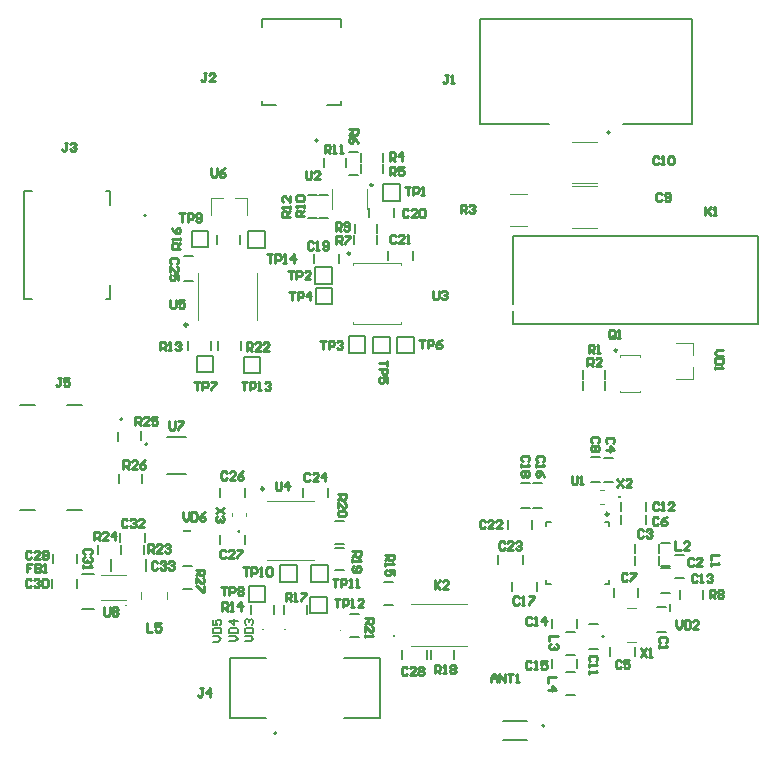
<source format=gto>
G04*
G04 #@! TF.GenerationSoftware,Altium Limited,Altium Designer,24.4.1 (13)*
G04*
G04 Layer_Color=65535*
%FSLAX44Y44*%
%MOMM*%
G71*
G04*
G04 #@! TF.SameCoordinates,8C4884AE-FE68-42B2-B831-9760C43879B3*
G04*
G04*
G04 #@! TF.FilePolarity,Positive*
G04*
G01*
G75*
%ADD10C,0.1270*%
%ADD11C,0.2500*%
%ADD12C,0.2000*%
%ADD13C,0.2540*%
%ADD14C,0.1000*%
%ADD15C,0.1200*%
%ADD16C,0.1500*%
%ADD17C,0.1300*%
%ADD18C,0.1524*%
%ADD19R,0.1500X0.8000*%
%ADD20R,0.8000X0.1500*%
D10*
X347598Y532964D02*
G03*
X347598Y532964I-500J0D01*
G01*
X382175Y675400D02*
X398425D01*
X382175Y644100D02*
X398425D01*
X646900Y940750D02*
Y1029500D01*
Y940750D02*
X705700D01*
X768200D02*
X827000D01*
Y1029500D01*
X646900D02*
X827000D01*
X330750Y792000D02*
X333750D01*
X330750Y884000D02*
X333750D01*
Y792000D02*
Y803800D01*
Y872200D02*
Y884000D01*
X260750D02*
X267550D01*
X260750Y792000D02*
Y884000D01*
Y792000D02*
X267550D01*
X462750Y1022700D02*
Y1029500D01*
X529750D01*
Y1022700D02*
Y1029500D01*
X517950Y956500D02*
X529750D01*
X462750D02*
X474550D01*
X529750D02*
Y959500D01*
X462750Y956500D02*
Y959500D01*
X734000Y724880D02*
Y732500D01*
X753340Y724940D02*
Y732560D01*
X734000Y715130D02*
Y722750D01*
X753340Y715190D02*
Y722810D01*
X546000Y908130D02*
Y915750D01*
X565340Y908190D02*
Y915810D01*
X546000Y898630D02*
Y906250D01*
X565340Y898690D02*
Y906310D01*
X536130Y917000D02*
X543750D01*
X536190Y897660D02*
X543810D01*
X560250Y839000D02*
Y846620D01*
X540910Y838940D02*
Y846560D01*
X541000Y847880D02*
Y855500D01*
X560340Y847940D02*
Y855560D01*
X510972Y861018D02*
X518592D01*
X510912Y880358D02*
X518532D01*
X514750Y903630D02*
Y911250D01*
X534090Y903690D02*
Y911310D01*
X501708Y880272D02*
X509328D01*
X501768Y860932D02*
X509388D01*
X419500Y749000D02*
Y756620D01*
X400160Y748940D02*
Y756560D01*
X472750Y525750D02*
Y533370D01*
X453410Y525690D02*
Y533310D01*
X565750Y533000D02*
X573370D01*
X565690Y552340D02*
X573310D01*
X424250Y839130D02*
Y846750D01*
X443590Y839190D02*
Y846810D01*
X481500Y525630D02*
Y533250D01*
X500840Y525690D02*
Y533310D01*
X625268Y487608D02*
Y495228D01*
X605928Y487548D02*
Y495168D01*
X524750Y562500D02*
X532370D01*
X524690Y581840D02*
X532310D01*
X524630Y604250D02*
X532250D01*
X524690Y584910D02*
X532310D01*
X537250Y506500D02*
X544870D01*
X537190Y525840D02*
X544810D01*
X425500Y748880D02*
Y756500D01*
X444840Y748940D02*
Y756560D01*
X343194Y576736D02*
Y584356D01*
X362534Y576796D02*
Y584416D01*
X323750Y576630D02*
Y584250D01*
X343090Y576690D02*
Y584310D01*
X360250Y672500D02*
Y680120D01*
X340910Y672440D02*
Y680060D01*
X361080Y636250D02*
Y643870D01*
X341740Y636190D02*
Y643810D01*
X816250Y538130D02*
Y545750D01*
X835590Y538190D02*
Y545810D01*
X395500Y547000D02*
X403120D01*
X395440Y566340D02*
X403060D01*
X812630Y555750D02*
X820250D01*
X812690Y575410D02*
X820310D01*
X800642Y566126D02*
X808262D01*
X800702Y585786D02*
X808322D01*
X719880Y490750D02*
X727500D01*
X719940Y510410D02*
X727560D01*
X720130Y457000D02*
X727750D01*
X720190Y476660D02*
X727810D01*
X797000Y510500D02*
X804620D01*
X797000Y531500D02*
X804620D01*
X799010Y567296D02*
Y574916D01*
X778010Y567296D02*
Y574916D01*
X799010Y577456D02*
Y585076D01*
X778010Y577456D02*
Y585076D01*
X751772Y637054D02*
X759392D01*
X751772Y658054D02*
X759392D01*
X778002Y489744D02*
Y497364D01*
X757002Y489744D02*
Y497364D01*
X766756Y601882D02*
Y609502D01*
X787756Y601882D02*
Y609502D01*
X760250Y540130D02*
Y547750D01*
X781250Y540130D02*
Y547750D01*
X740850Y637308D02*
X748470D01*
X740850Y658308D02*
X748470D01*
X739750Y496000D02*
X747370D01*
X739750Y517000D02*
X747370D01*
X766800Y612456D02*
Y620076D01*
X787800Y612456D02*
Y620076D01*
X800750Y543750D02*
X808370D01*
X800750Y564750D02*
X808370D01*
X729250Y514000D02*
Y521620D01*
X708250Y514000D02*
Y521620D01*
X729500Y480000D02*
Y487620D01*
X708500Y480000D02*
Y487620D01*
X691916Y615468D02*
X699536D01*
X691916Y636468D02*
X699536D01*
X695500Y544750D02*
Y552370D01*
X674500Y544750D02*
Y552370D01*
X681502Y615544D02*
X689122D01*
X681502Y636544D02*
X689122D01*
X507000Y822630D02*
Y830250D01*
X528000Y822630D02*
Y830250D01*
X553500Y861880D02*
Y869500D01*
X574500Y861880D02*
Y869500D01*
X590250Y825250D02*
Y832870D01*
X569250Y825250D02*
Y832870D01*
X691500Y597500D02*
Y605120D01*
X670500Y597500D02*
Y605120D01*
X683250Y567500D02*
Y575120D01*
X662250Y567500D02*
Y575120D01*
X518328Y624762D02*
Y632382D01*
X497328Y624762D02*
Y632382D01*
X396630Y828500D02*
X404250D01*
X396630Y807500D02*
X404250D01*
X448250Y625000D02*
Y632620D01*
X427250Y625000D02*
Y632620D01*
X448000Y585000D02*
Y592620D01*
X427000Y585000D02*
Y592620D01*
X580884Y487488D02*
Y495108D01*
X601884Y487488D02*
Y495108D01*
X285238Y569146D02*
Y576766D01*
X306238Y569146D02*
Y576766D01*
X305730Y547930D02*
Y555550D01*
X284730Y547930D02*
Y555550D01*
X363500Y586750D02*
Y594370D01*
X342500Y586750D02*
Y594370D01*
X565250Y889500D02*
X579250D01*
X565250Y875500D02*
Y889500D01*
Y875500D02*
X579250D01*
Y889500D01*
X507750Y805000D02*
Y819000D01*
Y805000D02*
X521750D01*
Y819000D01*
X507750D02*
X521750D01*
X536000Y746750D02*
Y760750D01*
Y746750D02*
X550000D01*
Y760750D01*
X536000D02*
X550000D01*
X508000Y787750D02*
Y801750D01*
Y787750D02*
X522000D01*
Y801750D01*
X508000D02*
X522000D01*
X556750Y746250D02*
Y760250D01*
Y746250D02*
X570750D01*
Y760250D01*
X556750D02*
X570750D01*
X577250Y746500D02*
Y760500D01*
Y746500D02*
X591250D01*
Y760500D01*
X577250D02*
X591250D01*
X421500Y730250D02*
Y744250D01*
X407500D02*
X421500D01*
X407500Y730250D02*
Y744250D01*
Y730250D02*
X421500D01*
X451500Y535500D02*
X465500D01*
Y549500D01*
X451500D02*
X465500D01*
X451500Y535500D02*
Y549500D01*
X417250Y836000D02*
Y850000D01*
X403250D02*
X417250D01*
X403250Y836000D02*
Y850000D01*
Y836000D02*
X417250D01*
X478250Y553000D02*
Y567000D01*
Y553000D02*
X492250D01*
Y567000D01*
X478250D02*
X492250D01*
X504250Y553000D02*
Y567000D01*
Y553000D02*
X518250D01*
Y567000D01*
X504250D02*
X518250D01*
X503500Y526000D02*
X517500D01*
Y540000D01*
X503500D02*
X517500D01*
X503500Y526000D02*
Y540000D01*
X461000Y729500D02*
Y743500D01*
X447000D02*
X461000D01*
X447000Y729500D02*
Y743500D01*
Y729500D02*
X461000D01*
X465000Y835500D02*
Y849500D01*
X451000D02*
X465000D01*
X451000Y835500D02*
Y849500D01*
Y835500D02*
X465000D01*
X435850Y488250D02*
X466100D01*
X435850Y437250D02*
Y488250D01*
Y437250D02*
X466100D01*
X532100D02*
X562350D01*
Y488250D01*
X532100D02*
X562350D01*
X666750Y434750D02*
X686750D01*
X666750Y418750D02*
X686750D01*
D11*
X756100Y610138D02*
G03*
X756100Y610138I-1250J0D01*
G01*
D12*
X365750Y669200D02*
G03*
X365750Y669200I-1000J0D01*
G01*
X757000Y933250D02*
G03*
X757000Y933250I-1000J0D01*
G01*
X364750Y863000D02*
G03*
X364750Y863000I-1000J0D01*
G01*
X509750Y926500D02*
G03*
X509750Y926500I-1000J0D01*
G01*
X344450Y690550D02*
G03*
X344450Y690550I-1000J0D01*
G01*
X752122Y506604D02*
G03*
X752122Y506604I-750J0D01*
G01*
X474700Y424750D02*
G03*
X474700Y424750I-1000J0D01*
G01*
X574466Y506250D02*
G03*
X574466Y507250I0J500D01*
G01*
D02*
G03*
X574466Y506250I0J-500D01*
G01*
D02*
G03*
X574466Y507250I0J500D01*
G01*
X701800Y430950D02*
G03*
X701800Y430950I-1000J0D01*
G01*
X257450Y702750D02*
X270250D01*
X257450Y613350D02*
X270250D01*
X297450Y702750D02*
X309950D01*
X297450Y613350D02*
X309950D01*
X421001Y502170D02*
X425666D01*
X427999Y504502D01*
X425666Y506835D01*
X421001D01*
Y509167D02*
X427999D01*
Y512666D01*
X426833Y513833D01*
X422167D01*
X421001Y512666D01*
Y509167D01*
Y520830D02*
Y516165D01*
X424500D01*
X423334Y518498D01*
Y519664D01*
X424500Y520830D01*
X426833D01*
X427999Y519664D01*
Y517332D01*
X426833Y516165D01*
X435001Y502420D02*
X439666D01*
X441999Y504752D01*
X439666Y507085D01*
X435001D01*
Y509417D02*
X441999D01*
Y512916D01*
X440833Y514083D01*
X436167D01*
X435001Y512916D01*
Y509417D01*
X441999Y519914D02*
X435001D01*
X438500Y516415D01*
Y521080D01*
X448251Y502420D02*
X452916D01*
X455249Y504752D01*
X452916Y507085D01*
X448251D01*
Y509417D02*
X455249D01*
Y512916D01*
X454083Y514083D01*
X449417D01*
X448251Y512916D01*
Y509417D01*
X449417Y516415D02*
X448251Y517581D01*
Y519914D01*
X449417Y521080D01*
X450584D01*
X451750Y519914D01*
Y518748D01*
Y519914D01*
X452916Y521080D01*
X454083D01*
X455249Y519914D01*
Y517581D01*
X454083Y516415D01*
D13*
X765204Y624548D02*
G03*
X765204Y624548I-250J0D01*
G01*
X443054Y595466D02*
G03*
X443054Y595466I-250J0D01*
G01*
X556139Y888832D02*
G03*
X556139Y888832I-901J0D01*
G01*
X763134Y749024D02*
G03*
X763134Y749024I-1000J0D01*
G01*
X464140Y631560D02*
G03*
X464140Y631560I-1270J0D01*
G01*
X399460Y770370D02*
G03*
X399460Y770370I-1270J0D01*
G01*
X537150Y830950D02*
G03*
X537150Y830950I-1000J0D01*
G01*
X297834Y924749D02*
X295501D01*
X296667D01*
Y918917D01*
X295501Y917751D01*
X294335D01*
X293169Y918917D01*
X300166Y923583D02*
X301333Y924749D01*
X303665D01*
X304832Y923583D01*
Y922416D01*
X303665Y921250D01*
X302499D01*
X303665D01*
X304832Y920084D01*
Y918917D01*
X303665Y917751D01*
X301333D01*
X300166Y918917D01*
X415584Y983499D02*
X413251D01*
X414417D01*
Y977667D01*
X413251Y976501D01*
X412085D01*
X410919Y977667D01*
X422581Y976501D02*
X417916D01*
X422581Y981166D01*
Y982333D01*
X421415Y983499D01*
X419083D01*
X417916Y982333D01*
X620250Y981749D02*
X617917D01*
X619084D01*
Y975917D01*
X617917Y974751D01*
X616751D01*
X615585Y975917D01*
X622583Y974751D02*
X624915D01*
X623749D01*
Y981749D01*
X622583Y980583D01*
X395732Y611518D02*
Y606853D01*
X398065Y604520D01*
X400397Y606853D01*
Y611518D01*
X402730D02*
Y604520D01*
X406229D01*
X407395Y605686D01*
Y610351D01*
X406229Y611518D01*
X402730D01*
X414393D02*
X412060Y610351D01*
X409728Y608019D01*
Y605686D01*
X410894Y604520D01*
X413226D01*
X414393Y605686D01*
Y606853D01*
X413226Y608019D01*
X409728D01*
X813420Y520249D02*
Y515584D01*
X815752Y513251D01*
X818085Y515584D01*
Y520249D01*
X820417D02*
Y513251D01*
X823916D01*
X825083Y514417D01*
Y519083D01*
X823916Y520249D01*
X820417D01*
X832080Y513251D02*
X827415D01*
X832080Y517916D01*
Y519083D01*
X830914Y520249D01*
X828581D01*
X827415Y519083D01*
X406621Y563249D02*
X413619D01*
Y559750D01*
X412453Y558584D01*
X410120D01*
X408954Y559750D01*
Y563249D01*
Y560916D02*
X406621Y558584D01*
Y551586D02*
Y556251D01*
X411286Y551586D01*
X412453D01*
X413619Y552752D01*
Y555085D01*
X412453Y556251D01*
X413619Y549254D02*
Y544588D01*
X412453D01*
X407787Y549254D01*
X406621D01*
X841668Y539001D02*
Y545999D01*
X845167D01*
X846334Y544833D01*
Y542500D01*
X845167Y541334D01*
X841668D01*
X844001D02*
X846334Y539001D01*
X848666Y544833D02*
X849833Y545999D01*
X852165D01*
X853332Y544833D01*
Y543666D01*
X852165Y542500D01*
X853332Y541334D01*
Y540167D01*
X852165Y539001D01*
X849833D01*
X848666Y540167D01*
Y541334D01*
X849833Y542500D01*
X848666Y543666D01*
Y544833D01*
X849833Y542500D02*
X852165D01*
X430249Y615331D02*
X423251Y610666D01*
X430249D02*
X423251Y615331D01*
X429083Y608334D02*
X430249Y607167D01*
Y604835D01*
X429083Y603669D01*
X427916D01*
X426750Y604835D01*
Y606001D01*
Y604835D01*
X425584Y603669D01*
X424417D01*
X423251Y604835D01*
Y607167D01*
X424417Y608334D01*
X763419Y639999D02*
X768084Y633001D01*
Y639999D02*
X763419Y633001D01*
X775081D02*
X770416D01*
X775081Y637666D01*
Y638833D01*
X773915Y639999D01*
X771583D01*
X770416Y638833D01*
X783085Y496499D02*
X787750Y489501D01*
Y496499D02*
X783085Y489501D01*
X790083D02*
X792415D01*
X791249D01*
Y496499D01*
X790083Y495333D01*
X852749Y748914D02*
X848084D01*
X845751Y746581D01*
X848084Y744249D01*
X852749D01*
Y741916D02*
X845751D01*
Y738417D01*
X846917Y737251D01*
X851582D01*
X852749Y738417D01*
Y741916D01*
X845751Y734919D02*
Y732586D01*
Y733752D01*
X852749D01*
X851582Y734919D01*
X328833Y531297D02*
Y525465D01*
X329999Y524299D01*
X332331D01*
X333498Y525465D01*
Y531297D01*
X335830Y530131D02*
X336997Y531297D01*
X339329D01*
X340495Y530131D01*
Y528964D01*
X339329Y527798D01*
X340495Y526632D01*
Y525465D01*
X339329Y524299D01*
X336997D01*
X335830Y525465D01*
Y526632D01*
X336997Y527798D01*
X335830Y528964D01*
Y530131D01*
X336997Y527798D02*
X339329D01*
X384169Y688749D02*
Y682917D01*
X385335Y681751D01*
X387667D01*
X388834Y682917D01*
Y688749D01*
X391166D02*
X395831D01*
Y687583D01*
X391166Y682917D01*
Y681751D01*
X419608Y902856D02*
Y897024D01*
X420774Y895858D01*
X423107D01*
X424273Y897024D01*
Y902856D01*
X431271D02*
X428938Y901690D01*
X426606Y899357D01*
Y897024D01*
X427772Y895858D01*
X430105D01*
X431271Y897024D01*
Y898191D01*
X430105Y899357D01*
X426606D01*
X384919Y791749D02*
Y785917D01*
X386085Y784751D01*
X388417D01*
X389584Y785917D01*
Y791749D01*
X396581D02*
X391916D01*
Y788250D01*
X394249Y789416D01*
X395415D01*
X396581Y788250D01*
Y785917D01*
X395415Y784751D01*
X393083D01*
X391916Y785917D01*
X474418Y637499D02*
Y631667D01*
X475585Y630501D01*
X477917D01*
X479084Y631667D01*
Y637499D01*
X484915Y630501D02*
Y637499D01*
X481416Y634000D01*
X486082D01*
X607419Y799249D02*
Y793417D01*
X608585Y792251D01*
X610917D01*
X612084Y793417D01*
Y799249D01*
X614416Y798083D02*
X615583Y799249D01*
X617915D01*
X619081Y798083D01*
Y796916D01*
X617915Y795750D01*
X616749D01*
X617915D01*
X619081Y794584D01*
Y793417D01*
X617915Y792251D01*
X615583D01*
X614416Y793417D01*
X499669Y900499D02*
Y894667D01*
X500835Y893501D01*
X503167D01*
X504334Y894667D01*
Y900499D01*
X511331Y893501D02*
X506666D01*
X511331Y898166D01*
Y899333D01*
X510165Y900499D01*
X507833D01*
X506666Y899333D01*
X724835Y642249D02*
Y636417D01*
X726001Y635251D01*
X728334D01*
X729500Y636417D01*
Y642249D01*
X731833Y635251D02*
X734165D01*
X732999D01*
Y642249D01*
X731833Y641083D01*
X466754Y829999D02*
X471419D01*
X469086D01*
Y823001D01*
X473752D02*
Y829999D01*
X477251D01*
X478417Y828833D01*
Y826500D01*
X477251Y825334D01*
X473752D01*
X480750Y823001D02*
X483082D01*
X481916D01*
Y829999D01*
X480750Y828833D01*
X490080Y823001D02*
Y829999D01*
X486581Y826500D01*
X491246D01*
X445254Y721999D02*
X449919D01*
X447587D01*
Y715001D01*
X452252D02*
Y721999D01*
X455751D01*
X456917Y720833D01*
Y718500D01*
X455751Y717334D01*
X452252D01*
X459249Y715001D02*
X461582D01*
X460416D01*
Y721999D01*
X459249Y720833D01*
X465081D02*
X466247Y721999D01*
X468580D01*
X469746Y720833D01*
Y719666D01*
X468580Y718500D01*
X467413D01*
X468580D01*
X469746Y717334D01*
Y716167D01*
X468580Y715001D01*
X466247D01*
X465081Y716167D01*
X524004Y538249D02*
X528669D01*
X526337D01*
Y531251D01*
X531002D02*
Y538249D01*
X534501D01*
X535667Y537083D01*
Y534750D01*
X534501Y533584D01*
X531002D01*
X537999Y531251D02*
X540332D01*
X539166D01*
Y538249D01*
X537999Y537083D01*
X548496Y531251D02*
X543831D01*
X548496Y535916D01*
Y537083D01*
X547330Y538249D01*
X544997D01*
X543831Y537083D01*
X522420Y555249D02*
X527085D01*
X524753D01*
Y548251D01*
X529418D02*
Y555249D01*
X532917D01*
X534083Y554083D01*
Y551750D01*
X532917Y550584D01*
X529418D01*
X536416Y548251D02*
X538748D01*
X537582D01*
Y555249D01*
X536416Y554083D01*
X542247Y548251D02*
X544580D01*
X543414D01*
Y555249D01*
X542247Y554083D01*
X446504Y564999D02*
X451169D01*
X448837D01*
Y558001D01*
X453502D02*
Y564999D01*
X457001D01*
X458167Y563833D01*
Y561500D01*
X457001Y560334D01*
X453502D01*
X460499Y558001D02*
X462832D01*
X461666D01*
Y564999D01*
X460499Y563833D01*
X466331D02*
X467497Y564999D01*
X469830D01*
X470996Y563833D01*
Y559167D01*
X469830Y558001D01*
X467497D01*
X466331Y559167D01*
Y563833D01*
X392670Y864749D02*
X397335D01*
X395002D01*
Y857751D01*
X399667D02*
Y864749D01*
X403166D01*
X404333Y863583D01*
Y861250D01*
X403166Y860084D01*
X399667D01*
X406665Y858917D02*
X407831Y857751D01*
X410164D01*
X411330Y858917D01*
Y863583D01*
X410164Y864749D01*
X407831D01*
X406665Y863583D01*
Y862416D01*
X407831Y861250D01*
X411330D01*
X427920Y548499D02*
X432585D01*
X430252D01*
Y541501D01*
X434917D02*
Y548499D01*
X438416D01*
X439583Y547333D01*
Y545000D01*
X438416Y543834D01*
X434917D01*
X441915Y547333D02*
X443082Y548499D01*
X445414D01*
X446580Y547333D01*
Y546166D01*
X445414Y545000D01*
X446580Y543834D01*
Y542667D01*
X445414Y541501D01*
X443082D01*
X441915Y542667D01*
Y543834D01*
X443082Y545000D01*
X441915Y546166D01*
Y547333D01*
X443082Y545000D02*
X445414D01*
X405170Y722249D02*
X409835D01*
X407502D01*
Y715251D01*
X412167D02*
Y722249D01*
X415666D01*
X416833Y721083D01*
Y718750D01*
X415666Y717584D01*
X412167D01*
X419165Y722249D02*
X423830D01*
Y721083D01*
X419165Y716417D01*
Y715251D01*
X595920Y757749D02*
X600585D01*
X598252D01*
Y750751D01*
X602917D02*
Y757749D01*
X606416D01*
X607583Y756583D01*
Y754250D01*
X606416Y753084D01*
X602917D01*
X614580Y757749D02*
X612248Y756583D01*
X609915Y754250D01*
Y751917D01*
X611082Y750751D01*
X613414D01*
X614580Y751917D01*
Y753084D01*
X613414Y754250D01*
X609915D01*
X568499Y740080D02*
Y735415D01*
Y737748D01*
X561501D01*
Y733083D02*
X568499D01*
Y729584D01*
X567333Y728417D01*
X565000D01*
X563834Y729584D01*
Y733083D01*
X568499Y721420D02*
Y726085D01*
X565000D01*
X566166Y723752D01*
Y722586D01*
X565000Y721420D01*
X562667D01*
X561501Y722586D01*
Y724919D01*
X562667Y726085D01*
X485670Y798249D02*
X490335D01*
X488002D01*
Y791251D01*
X492667D02*
Y798249D01*
X496166D01*
X497333Y797083D01*
Y794750D01*
X496166Y793584D01*
X492667D01*
X503164Y791251D02*
Y798249D01*
X499665Y794750D01*
X504330D01*
X511920Y756749D02*
X516585D01*
X514252D01*
Y749751D01*
X518917D02*
Y756749D01*
X522416D01*
X523583Y755583D01*
Y753250D01*
X522416Y752084D01*
X518917D01*
X525915Y755583D02*
X527081Y756749D01*
X529414D01*
X530580Y755583D01*
Y754416D01*
X529414Y753250D01*
X528248D01*
X529414D01*
X530580Y752084D01*
Y750917D01*
X529414Y749751D01*
X527081D01*
X525915Y750917D01*
X484670Y815999D02*
X489335D01*
X487002D01*
Y809001D01*
X491667D02*
Y815999D01*
X495166D01*
X496333Y814833D01*
Y812500D01*
X495166Y811334D01*
X491667D01*
X503330Y809001D02*
X498665D01*
X503330Y813666D01*
Y814833D01*
X502164Y815999D01*
X499832D01*
X498665Y814833D01*
X583586Y886999D02*
X588251D01*
X585919D01*
Y880001D01*
X590584D02*
Y886999D01*
X594082D01*
X595249Y885833D01*
Y883500D01*
X594082Y882334D01*
X590584D01*
X597581Y880001D02*
X599914D01*
X598748D01*
Y886999D01*
X597581Y885833D01*
X345250Y648751D02*
Y655749D01*
X348749D01*
X349915Y654583D01*
Y652250D01*
X348749Y651084D01*
X345250D01*
X347582D02*
X349915Y648751D01*
X356913D02*
X352247D01*
X356913Y653416D01*
Y654583D01*
X355746Y655749D01*
X353414D01*
X352247Y654583D01*
X363910Y655749D02*
X361578Y654583D01*
X359245Y652250D01*
Y649917D01*
X360411Y648751D01*
X362744D01*
X363910Y649917D01*
Y651084D01*
X362744Y652250D01*
X359245D01*
X355170Y685501D02*
Y692499D01*
X358669D01*
X359835Y691333D01*
Y689000D01*
X358669Y687834D01*
X355170D01*
X357502D02*
X359835Y685501D01*
X366833D02*
X362167D01*
X366833Y690166D01*
Y691333D01*
X365666Y692499D01*
X363334D01*
X362167Y691333D01*
X373830Y692499D02*
X369165D01*
Y689000D01*
X371498Y690166D01*
X372664D01*
X373830Y689000D01*
Y686667D01*
X372664Y685501D01*
X370331D01*
X369165Y686667D01*
X320420Y588001D02*
Y594999D01*
X323918D01*
X325085Y593833D01*
Y591500D01*
X323918Y590334D01*
X320420D01*
X322752D02*
X325085Y588001D01*
X332083D02*
X327417D01*
X332083Y592666D01*
Y593833D01*
X330916Y594999D01*
X328584D01*
X327417Y593833D01*
X337914Y588001D02*
Y594999D01*
X334415Y591500D01*
X339080D01*
X366224Y577615D02*
Y584613D01*
X369723D01*
X370889Y583447D01*
Y581114D01*
X369723Y579948D01*
X366224D01*
X368556D02*
X370889Y577615D01*
X377887D02*
X373221D01*
X377887Y582280D01*
Y583447D01*
X376720Y584613D01*
X374388D01*
X373221Y583447D01*
X380219D02*
X381385Y584613D01*
X383718D01*
X384884Y583447D01*
Y582280D01*
X383718Y581114D01*
X382552D01*
X383718D01*
X384884Y579948D01*
Y578781D01*
X383718Y577615D01*
X381385D01*
X380219Y578781D01*
X449670Y748501D02*
Y755499D01*
X453168D01*
X454335Y754333D01*
Y752000D01*
X453168Y750834D01*
X449670D01*
X452002D02*
X454335Y748501D01*
X461333D02*
X456667D01*
X461333Y753166D01*
Y754333D01*
X460166Y755499D01*
X457834D01*
X456667Y754333D01*
X468330Y748501D02*
X463665D01*
X468330Y753166D01*
Y754333D01*
X467164Y755499D01*
X464832D01*
X463665Y754333D01*
X550001Y522164D02*
X556999D01*
Y518665D01*
X555833Y517499D01*
X553500D01*
X552334Y518665D01*
Y522164D01*
Y519831D02*
X550001Y517499D01*
Y510501D02*
Y515166D01*
X554666Y510501D01*
X555833D01*
X556999Y511667D01*
Y514000D01*
X555833Y515166D01*
X550001Y508168D02*
Y505836D01*
Y507002D01*
X556999D01*
X555833Y508168D01*
X526591Y627076D02*
X533589D01*
Y623577D01*
X532423Y622411D01*
X530090D01*
X528924Y623577D01*
Y627076D01*
Y624744D02*
X526591Y622411D01*
Y615413D02*
Y620079D01*
X531256Y615413D01*
X532423D01*
X533589Y616580D01*
Y618912D01*
X532423Y620079D01*
Y613081D02*
X533589Y611914D01*
Y609582D01*
X532423Y608416D01*
X527757D01*
X526591Y609582D01*
Y611914D01*
X527757Y613081D01*
X532423D01*
X539001Y578747D02*
X545999D01*
Y575248D01*
X544833Y574082D01*
X542500D01*
X541334Y575248D01*
Y578747D01*
Y576415D02*
X539001Y574082D01*
Y571749D02*
Y569417D01*
Y570583D01*
X545999D01*
X544833Y571749D01*
X540167Y565918D02*
X539001Y564752D01*
Y562419D01*
X540167Y561253D01*
X544833D01*
X545999Y562419D01*
Y564752D01*
X544833Y565918D01*
X543666D01*
X542500Y564752D01*
Y561253D01*
X609003Y475251D02*
Y482249D01*
X612502D01*
X613668Y481083D01*
Y478750D01*
X612502Y477584D01*
X609003D01*
X611335D02*
X613668Y475251D01*
X616001D02*
X618333D01*
X617167D01*
Y482249D01*
X616001Y481083D01*
X621832D02*
X622998Y482249D01*
X625331D01*
X626497Y481083D01*
Y479916D01*
X625331Y478750D01*
X626497Y477584D01*
Y476417D01*
X625331Y475251D01*
X622998D01*
X621832Y476417D01*
Y477584D01*
X622998Y478750D01*
X621832Y479916D01*
Y481083D01*
X622998Y478750D02*
X625331D01*
X482753Y536501D02*
Y543499D01*
X486252D01*
X487418Y542333D01*
Y540000D01*
X486252Y538834D01*
X482753D01*
X485085D02*
X487418Y536501D01*
X489751D02*
X492083D01*
X490917D01*
Y543499D01*
X489751Y542333D01*
X495582Y543499D02*
X500247D01*
Y542333D01*
X495582Y537667D01*
Y536501D01*
X393499Y835003D02*
X386501D01*
Y838502D01*
X387667Y839668D01*
X390000D01*
X391166Y838502D01*
Y835003D01*
Y837335D02*
X393499Y839668D01*
Y842001D02*
Y844333D01*
Y843167D01*
X386501D01*
X387667Y842001D01*
X386501Y852497D02*
X387667Y850165D01*
X390000Y847832D01*
X392333D01*
X393499Y848998D01*
Y851331D01*
X392333Y852497D01*
X391166D01*
X390000Y851331D01*
Y847832D01*
X567001Y575747D02*
X573999D01*
Y572248D01*
X572833Y571082D01*
X570500D01*
X569334Y572248D01*
Y575747D01*
Y573415D02*
X567001Y571082D01*
Y568749D02*
Y566417D01*
Y567583D01*
X573999D01*
X572833Y568749D01*
X573999Y558253D02*
Y562918D01*
X570500D01*
X571666Y560585D01*
Y559419D01*
X570500Y558253D01*
X568167D01*
X567001Y559419D01*
Y561752D01*
X568167Y562918D01*
X428753Y528501D02*
Y535499D01*
X432252D01*
X433418Y534333D01*
Y532000D01*
X432252Y530834D01*
X428753D01*
X431085D02*
X433418Y528501D01*
X435751D02*
X438083D01*
X436917D01*
Y535499D01*
X435751Y534333D01*
X445081Y528501D02*
Y535499D01*
X441582Y532000D01*
X446247D01*
X376253Y748751D02*
Y755749D01*
X379752D01*
X380918Y754583D01*
Y752250D01*
X379752Y751084D01*
X376253D01*
X378585D02*
X380918Y748751D01*
X383251D02*
X385583D01*
X384417D01*
Y755749D01*
X383251Y754583D01*
X389082D02*
X390248Y755749D01*
X392581D01*
X393747Y754583D01*
Y753416D01*
X392581Y752250D01*
X391415D01*
X392581D01*
X393747Y751084D01*
Y749917D01*
X392581Y748751D01*
X390248D01*
X389082Y749917D01*
X486499Y861753D02*
X479501D01*
Y865252D01*
X480667Y866418D01*
X483000D01*
X484166Y865252D01*
Y861753D01*
Y864085D02*
X486499Y866418D01*
Y868751D02*
Y871083D01*
Y869917D01*
X479501D01*
X480667Y868751D01*
X486499Y879247D02*
Y874582D01*
X481834Y879247D01*
X480667D01*
X479501Y878081D01*
Y875748D01*
X480667Y874582D01*
X515669Y915751D02*
Y922749D01*
X519168D01*
X520334Y921583D01*
Y919250D01*
X519168Y918084D01*
X515669D01*
X518002D02*
X520334Y915751D01*
X522667D02*
X525000D01*
X523833D01*
Y922749D01*
X522667Y921583D01*
X528498Y915751D02*
X530831D01*
X529665D01*
Y922749D01*
X528498Y921583D01*
X498249Y862503D02*
X491251D01*
Y866002D01*
X492417Y867168D01*
X494750D01*
X495916Y866002D01*
Y862503D01*
Y864835D02*
X498249Y867168D01*
Y869501D02*
Y871833D01*
Y870667D01*
X491251D01*
X492417Y869501D01*
Y875332D02*
X491251Y876498D01*
Y878831D01*
X492417Y879997D01*
X497083D01*
X498249Y878831D01*
Y876498D01*
X497083Y875332D01*
X492417D01*
X524919Y850251D02*
Y857249D01*
X528417D01*
X529584Y856083D01*
Y853750D01*
X528417Y852584D01*
X524919D01*
X527251D02*
X529584Y850251D01*
X531916Y851417D02*
X533083Y850251D01*
X535415D01*
X536581Y851417D01*
Y856083D01*
X535415Y857249D01*
X533083D01*
X531916Y856083D01*
Y854916D01*
X533083Y853750D01*
X536581D01*
X525668Y838751D02*
Y845749D01*
X529167D01*
X530334Y844583D01*
Y842250D01*
X529167Y841084D01*
X525668D01*
X528001D02*
X530334Y838751D01*
X532666Y845749D02*
X537332D01*
Y844583D01*
X532666Y839917D01*
Y838751D01*
X536501Y936081D02*
X543499D01*
Y932583D01*
X542333Y931416D01*
X540000D01*
X538834Y932583D01*
Y936081D01*
Y933749D02*
X536501Y931416D01*
X543499Y924418D02*
X542333Y926751D01*
X540000Y929084D01*
X537667D01*
X536501Y927917D01*
Y925585D01*
X537667Y924418D01*
X538834D01*
X540000Y925585D01*
Y929084D01*
X570919Y897001D02*
Y903999D01*
X574417D01*
X575584Y902833D01*
Y900500D01*
X574417Y899334D01*
X570919D01*
X573251D02*
X575584Y897001D01*
X582581Y903999D02*
X577916D01*
Y900500D01*
X580249Y901666D01*
X581415D01*
X582581Y900500D01*
Y898167D01*
X581415Y897001D01*
X579083D01*
X577916Y898167D01*
X570668Y909501D02*
Y916499D01*
X574167D01*
X575334Y915333D01*
Y913000D01*
X574167Y911834D01*
X570668D01*
X573001D02*
X575334Y909501D01*
X581165D02*
Y916499D01*
X577666Y913000D01*
X582331D01*
X630919Y865251D02*
Y872249D01*
X634417D01*
X635584Y871083D01*
Y868750D01*
X634417Y867584D01*
X630919D01*
X633251D02*
X635584Y865251D01*
X637916Y871083D02*
X639083Y872249D01*
X641415D01*
X642581Y871083D01*
Y869916D01*
X641415Y868750D01*
X640249D01*
X641415D01*
X642581Y867584D01*
Y866417D01*
X641415Y865251D01*
X639083D01*
X637916Y866417D01*
X738169Y735251D02*
Y742249D01*
X741667D01*
X742834Y741083D01*
Y738750D01*
X741667Y737584D01*
X738169D01*
X740501D02*
X742834Y735251D01*
X749831D02*
X745166D01*
X749831Y739916D01*
Y741083D01*
X748665Y742249D01*
X746333D01*
X745166Y741083D01*
X739085Y746751D02*
Y753749D01*
X742584D01*
X743750Y752583D01*
Y750250D01*
X742584Y749084D01*
X739085D01*
X741417D02*
X743750Y746751D01*
X746083D02*
X748415D01*
X747249D01*
Y753749D01*
X746083Y752583D01*
X761077Y760118D02*
Y764783D01*
X759911Y765950D01*
X757578D01*
X756412Y764783D01*
Y760118D01*
X757578Y758952D01*
X759911D01*
X758745Y761285D02*
X761077Y758952D01*
X759911D02*
X761077Y760118D01*
X763410Y758952D02*
X765742D01*
X764576D01*
Y765950D01*
X763410Y764783D01*
X365168Y517749D02*
Y510751D01*
X369834D01*
X376832Y517749D02*
X372166D01*
Y514250D01*
X374499Y515416D01*
X375665D01*
X376832Y514250D01*
Y511917D01*
X375665Y510751D01*
X373333D01*
X372166Y511917D01*
X711499Y471831D02*
X704501D01*
Y467166D01*
Y461335D02*
X711499D01*
X708000Y464834D01*
Y460168D01*
X712999Y507331D02*
X706001D01*
Y502666D01*
X711833Y500334D02*
X712999Y499167D01*
Y496835D01*
X711833Y495668D01*
X710666D01*
X709500Y496835D01*
Y498001D01*
Y496835D01*
X708334Y495668D01*
X707167D01*
X706001Y496835D01*
Y499167D01*
X707167Y500334D01*
X812669Y586999D02*
Y580001D01*
X817334D01*
X824331D02*
X819666D01*
X824331Y584666D01*
Y585833D01*
X823165Y586999D01*
X820833D01*
X819666Y585833D01*
X849499Y575915D02*
X842501D01*
Y571250D01*
Y568917D02*
Y566585D01*
Y567751D01*
X849499D01*
X848333Y568917D01*
X608669Y553999D02*
Y547001D01*
Y549334D01*
X613334Y553999D01*
X609835Y550500D01*
X613334Y547001D01*
X620331D02*
X615666D01*
X620331Y551666D01*
Y552833D01*
X619165Y553999D01*
X616833D01*
X615666Y552833D01*
X837835Y869999D02*
Y863001D01*
Y865334D01*
X842500Y869999D01*
X839001Y866500D01*
X842500Y863001D01*
X844833D02*
X847165D01*
X845999D01*
Y869999D01*
X844833Y868833D01*
X292584Y725499D02*
X290251D01*
X291417D01*
Y719667D01*
X290251Y718501D01*
X289085D01*
X287919Y719667D01*
X299582Y725499D02*
X294916D01*
Y722000D01*
X297249Y723166D01*
X298415D01*
X299582Y722000D01*
Y719667D01*
X298415Y718501D01*
X296083D01*
X294916Y719667D01*
X412834Y462499D02*
X410501D01*
X411667D01*
Y456667D01*
X410501Y455501D01*
X409335D01*
X408169Y456667D01*
X418665Y455501D02*
Y462499D01*
X415166Y459000D01*
X419832D01*
X268263Y567909D02*
X263598D01*
Y564410D01*
X265931D01*
X263598D01*
Y560911D01*
X270596Y567909D02*
Y560911D01*
X274095D01*
X275261Y562077D01*
Y563244D01*
X274095Y564410D01*
X270596D01*
X274095D01*
X275261Y565576D01*
Y566743D01*
X274095Y567909D01*
X270596D01*
X277593Y560911D02*
X279926D01*
X278760D01*
Y567909D01*
X277593Y566743D01*
X374038Y569083D02*
X372872Y570249D01*
X370539D01*
X369373Y569083D01*
Y564417D01*
X370539Y563251D01*
X372872D01*
X374038Y564417D01*
X376370Y569083D02*
X377537Y570249D01*
X379869D01*
X381036Y569083D01*
Y567916D01*
X379869Y566750D01*
X378703D01*
X379869D01*
X381036Y565584D01*
Y564417D01*
X379869Y563251D01*
X377537D01*
X376370Y564417D01*
X383368Y569083D02*
X384534Y570249D01*
X386867D01*
X388033Y569083D01*
Y567916D01*
X386867Y566750D01*
X385701D01*
X386867D01*
X388033Y565584D01*
Y564417D01*
X386867Y563251D01*
X384534D01*
X383368Y564417D01*
X348589Y605025D02*
X347422Y606191D01*
X345090D01*
X343924Y605025D01*
Y600359D01*
X345090Y599193D01*
X347422D01*
X348589Y600359D01*
X350921Y605025D02*
X352088Y606191D01*
X354420D01*
X355587Y605025D01*
Y603858D01*
X354420Y602692D01*
X353254D01*
X354420D01*
X355587Y601526D01*
Y600359D01*
X354420Y599193D01*
X352088D01*
X350921Y600359D01*
X362584Y599193D02*
X357919D01*
X362584Y603858D01*
Y605025D01*
X361418Y606191D01*
X359085D01*
X357919Y605025D01*
X317075Y576193D02*
X318241Y577359D01*
Y579692D01*
X317075Y580858D01*
X312409D01*
X311243Y579692D01*
Y577359D01*
X312409Y576193D01*
X317075Y573860D02*
X318241Y572694D01*
Y570361D01*
X317075Y569195D01*
X315908D01*
X314742Y570361D01*
Y571528D01*
Y570361D01*
X313576Y569195D01*
X312409D01*
X311243Y570361D01*
Y572694D01*
X312409Y573860D01*
X311243Y566863D02*
Y564530D01*
Y565696D01*
X318241D01*
X317075Y566863D01*
X267085Y554082D02*
X265919Y555249D01*
X263586D01*
X262420Y554082D01*
Y549417D01*
X263586Y548251D01*
X265919D01*
X267085Y549417D01*
X269417Y554082D02*
X270584Y555249D01*
X272916D01*
X274083Y554082D01*
Y552916D01*
X272916Y551750D01*
X271750D01*
X272916D01*
X274083Y550584D01*
Y549417D01*
X272916Y548251D01*
X270584D01*
X269417Y549417D01*
X276415Y554082D02*
X277581Y555249D01*
X279914D01*
X281080Y554082D01*
Y549417D01*
X279914Y548251D01*
X277581D01*
X276415Y549417D01*
Y554082D01*
X267335Y578083D02*
X266168Y579249D01*
X263836D01*
X262670Y578083D01*
Y573417D01*
X263836Y572251D01*
X266168D01*
X267335Y573417D01*
X274333Y572251D02*
X269667D01*
X274333Y576916D01*
Y578083D01*
X273166Y579249D01*
X270834D01*
X269667Y578083D01*
X276665Y573417D02*
X277831Y572251D01*
X280164D01*
X281330Y573417D01*
Y578083D01*
X280164Y579249D01*
X277831D01*
X276665Y578083D01*
Y576916D01*
X277831Y575750D01*
X281330D01*
X585585Y479833D02*
X584418Y480999D01*
X582086D01*
X580920Y479833D01*
Y475167D01*
X582086Y474001D01*
X584418D01*
X585585Y475167D01*
X592583Y474001D02*
X587917D01*
X592583Y478666D01*
Y479833D01*
X591416Y480999D01*
X589084D01*
X587917Y479833D01*
X594915D02*
X596082Y480999D01*
X598414D01*
X599580Y479833D01*
Y478666D01*
X598414Y477500D01*
X599580Y476334D01*
Y475167D01*
X598414Y474001D01*
X596082D01*
X594915Y475167D01*
Y476334D01*
X596082Y477500D01*
X594915Y478666D01*
Y479833D01*
X596082Y477500D02*
X598414D01*
X431835Y578583D02*
X430668Y579749D01*
X428336D01*
X427170Y578583D01*
Y573917D01*
X428336Y572751D01*
X430668D01*
X431835Y573917D01*
X438833Y572751D02*
X434167D01*
X438833Y577416D01*
Y578583D01*
X437666Y579749D01*
X435334D01*
X434167Y578583D01*
X441165Y579749D02*
X445830D01*
Y578583D01*
X441165Y573917D01*
Y572751D01*
X432835Y645083D02*
X431669Y646249D01*
X429336D01*
X428170Y645083D01*
Y640417D01*
X429336Y639251D01*
X431669D01*
X432835Y640417D01*
X439833Y639251D02*
X435167D01*
X439833Y643916D01*
Y645083D01*
X438666Y646249D01*
X436334D01*
X435167Y645083D01*
X446830Y646249D02*
X444498Y645083D01*
X442165Y642750D01*
Y640417D01*
X443331Y639251D01*
X445664D01*
X446830Y640417D01*
Y641584D01*
X445664Y642750D01*
X442165D01*
X390333Y822165D02*
X391499Y823331D01*
Y825664D01*
X390333Y826830D01*
X385667D01*
X384501Y825664D01*
Y823331D01*
X385667Y822165D01*
X384501Y815167D02*
Y819833D01*
X389166Y815167D01*
X390333D01*
X391499Y816334D01*
Y818666D01*
X390333Y819833D01*
X391499Y808170D02*
Y812835D01*
X388000D01*
X389166Y810502D01*
Y809336D01*
X388000Y808170D01*
X385667D01*
X384501Y809336D01*
Y811668D01*
X385667Y812835D01*
X503085Y643833D02*
X501918Y644999D01*
X499586D01*
X498420Y643833D01*
Y639167D01*
X499586Y638001D01*
X501918D01*
X503085Y639167D01*
X510083Y638001D02*
X505417D01*
X510083Y642666D01*
Y643833D01*
X508916Y644999D01*
X506584D01*
X505417Y643833D01*
X515914Y638001D02*
Y644999D01*
X512415Y641500D01*
X517080D01*
X668085Y585833D02*
X666918Y586999D01*
X664586D01*
X663420Y585833D01*
Y581167D01*
X664586Y580001D01*
X666918D01*
X668085Y581167D01*
X675083Y580001D02*
X670417D01*
X675083Y584666D01*
Y585833D01*
X673916Y586999D01*
X671584D01*
X670417Y585833D01*
X677415D02*
X678581Y586999D01*
X680914D01*
X682080Y585833D01*
Y584666D01*
X680914Y583500D01*
X679748D01*
X680914D01*
X682080Y582334D01*
Y581167D01*
X680914Y580001D01*
X678581D01*
X677415Y581167D01*
X651443Y603837D02*
X650277Y605003D01*
X647944D01*
X646778Y603837D01*
Y599171D01*
X647944Y598005D01*
X650277D01*
X651443Y599171D01*
X658441Y598005D02*
X653775D01*
X658441Y602670D01*
Y603837D01*
X657274Y605003D01*
X654942D01*
X653775Y603837D01*
X665438Y598005D02*
X660773D01*
X665438Y602670D01*
Y603837D01*
X664272Y605003D01*
X661939D01*
X660773Y603837D01*
X575751Y845332D02*
X574585Y846499D01*
X572252D01*
X571086Y845332D01*
Y840667D01*
X572252Y839501D01*
X574585D01*
X575751Y840667D01*
X582749Y839501D02*
X578084D01*
X582749Y844166D01*
Y845332D01*
X581583Y846499D01*
X579250D01*
X578084Y845332D01*
X585081Y839501D02*
X587414D01*
X586248D01*
Y846499D01*
X585081Y845332D01*
X586585Y867333D02*
X585419Y868499D01*
X583086D01*
X581920Y867333D01*
Y862667D01*
X583086Y861501D01*
X585419D01*
X586585Y862667D01*
X593583Y861501D02*
X588917D01*
X593583Y866166D01*
Y867333D01*
X592416Y868499D01*
X590084D01*
X588917Y867333D01*
X595915D02*
X597081Y868499D01*
X599414D01*
X600580Y867333D01*
Y862667D01*
X599414Y861501D01*
X597081D01*
X595915Y862667D01*
Y867333D01*
X505918Y839833D02*
X504752Y840999D01*
X502419D01*
X501253Y839833D01*
Y835167D01*
X502419Y834001D01*
X504752D01*
X505918Y835167D01*
X508251Y834001D02*
X510583D01*
X509417D01*
Y840999D01*
X508251Y839833D01*
X514082Y835167D02*
X515248Y834001D01*
X517581D01*
X518747Y835167D01*
Y839833D01*
X517581Y840999D01*
X515248D01*
X514082Y839833D01*
Y838666D01*
X515248Y837500D01*
X518747D01*
X687838Y654764D02*
X689005Y655930D01*
Y658263D01*
X687838Y659429D01*
X683173D01*
X682007Y658263D01*
Y655930D01*
X683173Y654764D01*
X682007Y652432D02*
Y650099D01*
Y651265D01*
X689005D01*
X687838Y652432D01*
Y646600D02*
X689005Y645434D01*
Y643101D01*
X687838Y641935D01*
X686672D01*
X685506Y643101D01*
X684339Y641935D01*
X683173D01*
X682007Y643101D01*
Y645434D01*
X683173Y646600D01*
X684339D01*
X685506Y645434D01*
X686672Y646600D01*
X687838D01*
X685506Y645434D02*
Y643101D01*
X680168Y539333D02*
X679002Y540499D01*
X676669D01*
X675503Y539333D01*
Y534667D01*
X676669Y533501D01*
X679002D01*
X680168Y534667D01*
X682501Y533501D02*
X684833D01*
X683667D01*
Y540499D01*
X682501Y539333D01*
X688332Y540499D02*
X692997D01*
Y539333D01*
X688332Y534667D01*
Y533501D01*
X700538Y654510D02*
X701705Y655676D01*
Y658009D01*
X700538Y659175D01*
X695873D01*
X694707Y658009D01*
Y655676D01*
X695873Y654510D01*
X694707Y652178D02*
Y649845D01*
Y651011D01*
X701705D01*
X700538Y652178D01*
X701705Y641681D02*
X700538Y644014D01*
X698206Y646346D01*
X695873D01*
X694707Y645180D01*
Y642847D01*
X695873Y641681D01*
X697039D01*
X698206Y642847D01*
Y646346D01*
X690668Y484833D02*
X689502Y485999D01*
X687169D01*
X686003Y484833D01*
Y480167D01*
X687169Y479001D01*
X689502D01*
X690668Y480167D01*
X693001Y479001D02*
X695333D01*
X694167D01*
Y485999D01*
X693001Y484833D01*
X703497Y485999D02*
X698832D01*
Y482500D01*
X701165Y483666D01*
X702331D01*
X703497Y482500D01*
Y480167D01*
X702331Y479001D01*
X699998D01*
X698832Y480167D01*
X690918Y521833D02*
X689752Y522999D01*
X687419D01*
X686253Y521833D01*
Y517167D01*
X687419Y516001D01*
X689752D01*
X690918Y517167D01*
X693251Y516001D02*
X695583D01*
X694417D01*
Y522999D01*
X693251Y521833D01*
X702581Y516001D02*
Y522999D01*
X699082Y519500D01*
X703747D01*
X831168Y558083D02*
X830002Y559249D01*
X827669D01*
X826503Y558083D01*
Y553417D01*
X827669Y552251D01*
X830002D01*
X831168Y553417D01*
X833501Y552251D02*
X835833D01*
X834667D01*
Y559249D01*
X833501Y558083D01*
X839332D02*
X840498Y559249D01*
X842831D01*
X843997Y558083D01*
Y556916D01*
X842831Y555750D01*
X841665D01*
X842831D01*
X843997Y554584D01*
Y553417D01*
X842831Y552251D01*
X840498D01*
X839332Y553417D01*
X798418Y619083D02*
X797252Y620249D01*
X794919D01*
X793753Y619083D01*
Y614417D01*
X794919Y613251D01*
X797252D01*
X798418Y614417D01*
X800751Y613251D02*
X803083D01*
X801917D01*
Y620249D01*
X800751Y619083D01*
X811247Y613251D02*
X806582D01*
X811247Y617916D01*
Y619083D01*
X810081Y620249D01*
X807748D01*
X806582Y619083D01*
X745325Y485540D02*
X746491Y486706D01*
Y489039D01*
X745325Y490205D01*
X740659D01*
X739493Y489039D01*
Y486706D01*
X740659Y485540D01*
X739493Y483207D02*
Y480874D01*
Y482041D01*
X746491D01*
X745325Y483207D01*
X739493Y477376D02*
Y475043D01*
Y476209D01*
X746491D01*
X745325Y477376D01*
X798486Y912030D02*
X797320Y913197D01*
X794987D01*
X793821Y912030D01*
Y907365D01*
X794987Y906199D01*
X797320D01*
X798486Y907365D01*
X800818Y906199D02*
X803151D01*
X801985D01*
Y913197D01*
X800818Y912030D01*
X806650D02*
X807816Y913197D01*
X810149D01*
X811315Y912030D01*
Y907365D01*
X810149Y906199D01*
X807816D01*
X806650Y907365D01*
Y912030D01*
X801084Y880833D02*
X799917Y881999D01*
X797585D01*
X796419Y880833D01*
Y876167D01*
X797585Y875001D01*
X799917D01*
X801084Y876167D01*
X803416D02*
X804583Y875001D01*
X806915D01*
X808082Y876167D01*
Y880833D01*
X806915Y881999D01*
X804583D01*
X803416Y880833D01*
Y879666D01*
X804583Y878500D01*
X808082D01*
X746933Y670564D02*
X748099Y671731D01*
Y674063D01*
X746933Y675230D01*
X742268D01*
X741101Y674063D01*
Y671731D01*
X742268Y670564D01*
X746933Y668232D02*
X748099Y667066D01*
Y664733D01*
X746933Y663567D01*
X745767D01*
X744600Y664733D01*
X743434Y663567D01*
X742268D01*
X741101Y664733D01*
Y667066D01*
X742268Y668232D01*
X743434D01*
X744600Y667066D01*
X745767Y668232D01*
X746933D01*
X744600Y667066D02*
Y664733D01*
X771834Y559083D02*
X770667Y560249D01*
X768335D01*
X767169Y559083D01*
Y554417D01*
X768335Y553251D01*
X770667D01*
X771834Y554417D01*
X774166Y560249D02*
X778831D01*
Y559083D01*
X774166Y554417D01*
Y553251D01*
X798084Y606833D02*
X796917Y607999D01*
X794585D01*
X793419Y606833D01*
Y602167D01*
X794585Y601001D01*
X796917D01*
X798084Y602167D01*
X805081Y607999D02*
X802749Y606833D01*
X800416Y604500D01*
Y602167D01*
X801583Y601001D01*
X803915D01*
X805081Y602167D01*
Y603334D01*
X803915Y604500D01*
X800416D01*
X766584Y485333D02*
X765417Y486499D01*
X763085D01*
X761919Y485333D01*
Y480667D01*
X763085Y479501D01*
X765417D01*
X766584Y480667D01*
X773581Y486499D02*
X768916D01*
Y483000D01*
X771249Y484166D01*
X772415D01*
X773581Y483000D01*
Y480667D01*
X772415Y479501D01*
X770083D01*
X768916Y480667D01*
X759379Y670057D02*
X760545Y671223D01*
Y673555D01*
X759379Y674722D01*
X754714D01*
X753547Y673555D01*
Y671223D01*
X754714Y670057D01*
X753547Y664225D02*
X760545D01*
X757046Y667724D01*
Y663059D01*
X785584Y596083D02*
X784417Y597249D01*
X782085D01*
X780919Y596083D01*
Y591417D01*
X782085Y590251D01*
X784417D01*
X785584Y591417D01*
X787916Y596083D02*
X789083Y597249D01*
X791415D01*
X792581Y596083D01*
Y594916D01*
X791415Y593750D01*
X790249D01*
X791415D01*
X792581Y592584D01*
Y591417D01*
X791415Y590251D01*
X789083D01*
X787916Y591417D01*
X828084Y572083D02*
X826917Y573249D01*
X824585D01*
X823419Y572083D01*
Y567417D01*
X824585Y566251D01*
X826917D01*
X828084Y567417D01*
X835081Y566251D02*
X830416D01*
X835081Y570916D01*
Y572083D01*
X833915Y573249D01*
X831583D01*
X830416Y572083D01*
X804333Y501250D02*
X805499Y502416D01*
Y504749D01*
X804333Y505915D01*
X799667D01*
X798501Y504749D01*
Y502416D01*
X799667Y501250D01*
X798501Y498917D02*
Y496585D01*
Y497751D01*
X805499D01*
X804333Y498917D01*
X656590Y467614D02*
Y472279D01*
X658923Y474612D01*
X661255Y472279D01*
Y467614D01*
Y471113D01*
X656590D01*
X663588Y467614D02*
Y474612D01*
X668253Y467614D01*
Y474612D01*
X670585D02*
X675251D01*
X672918D01*
Y467614D01*
X677583D02*
X679916D01*
X678749D01*
Y474612D01*
X677583Y473446D01*
D14*
X528500Y512000D02*
G03*
X529500Y512000I500J0D01*
G01*
D02*
G03*
X528500Y512000I-500J0D01*
G01*
X482500Y512250D02*
G03*
X481500Y512250I-500J0D01*
G01*
D02*
G03*
X482500Y512250I500J0D01*
G01*
X463750Y512750D02*
G03*
X462750Y512750I-500J0D01*
G01*
D02*
G03*
X463750Y512750I500J0D01*
G01*
X749104Y618548D02*
X752104D01*
X749104Y630548D02*
X752104D01*
X436804Y608316D02*
Y611316D01*
X448804Y608316D02*
Y611316D01*
X588966Y533750D02*
X635966D01*
X588966D02*
X635966D01*
X588966Y498750D02*
X635966D01*
X588966D02*
X635966D01*
D15*
X326598Y558214D02*
X347598D01*
X326598Y537214D02*
X347598D01*
X672600Y853950D02*
X687100D01*
X672600Y881550D02*
X687100D01*
X360250Y538600D02*
Y544400D01*
X382250Y538600D02*
Y544400D01*
X724928Y852634D02*
X745928D01*
X724928Y887634D02*
X745928D01*
X725000Y890500D02*
X746000D01*
X725000Y925500D02*
X746000D01*
X771272Y502254D02*
X778972D01*
X771272Y530454D02*
X778972D01*
X521938Y868782D02*
Y885382D01*
X551538Y868782D02*
Y885382D01*
X419250Y863550D02*
Y877950D01*
X429950D01*
X450250Y863550D02*
Y877950D01*
X439550D02*
X450250D01*
X812800Y755250D02*
X827200D01*
Y744550D02*
Y755250D01*
X812800Y724250D02*
X827200D01*
Y734950D01*
X782634Y743274D02*
Y744524D01*
X765634D02*
X782634D01*
X765634Y743274D02*
Y744524D01*
X782634Y713524D02*
Y714774D01*
X765634Y713524D02*
X782634D01*
X765634D02*
Y714774D01*
X467000Y621000D02*
X507000D01*
X467000Y571000D02*
X507000D01*
X408750Y774500D02*
Y814500D01*
X458750Y774500D02*
Y814500D01*
X539650Y771450D02*
Y772800D01*
Y771450D02*
X580650D01*
Y772800D01*
X539650Y821100D02*
Y822450D01*
X580650D01*
Y821100D02*
Y822450D01*
D16*
X703350Y599888D02*
Y603638D01*
X707100D01*
X703350Y550638D02*
Y554388D01*
Y550638D02*
X707100D01*
X752600D02*
X756350D01*
Y554388D01*
Y599888D02*
Y603638D01*
X752600D02*
X756350D01*
D17*
X310250Y559500D02*
X320250D01*
X310250Y530000D02*
X320250D01*
X364500Y561750D02*
Y571750D01*
X335000Y561750D02*
Y571750D01*
D18*
X675080Y771208D02*
X882598D01*
X675080Y788024D02*
Y845884D01*
X882598D01*
Y771208D02*
Y845884D01*
X675080Y771208D02*
Y782078D01*
D19*
X808250Y531000D02*
D03*
D20*
X399500Y596250D02*
D03*
M02*

</source>
